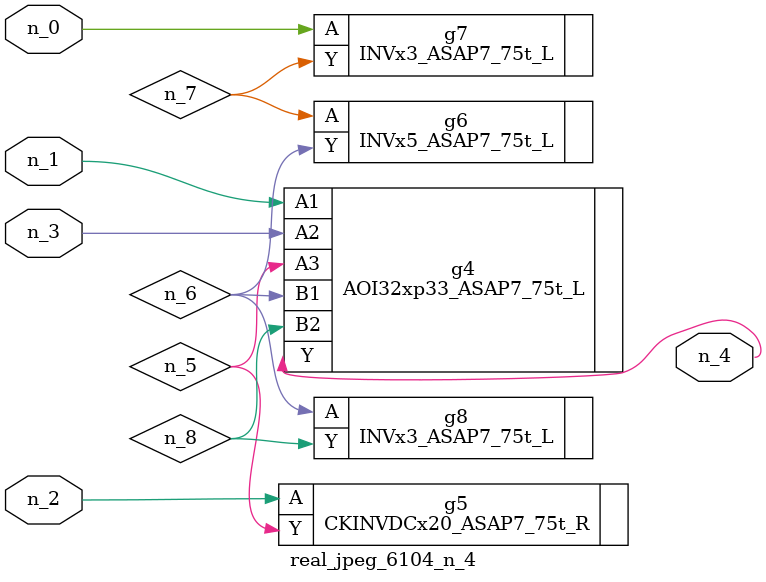
<source format=v>
module real_jpeg_6104_n_4 (n_3, n_1, n_0, n_2, n_4);

input n_3;
input n_1;
input n_0;
input n_2;

output n_4;

wire n_5;
wire n_8;
wire n_6;
wire n_7;

INVx3_ASAP7_75t_L g7 ( 
.A(n_0),
.Y(n_7)
);

AOI32xp33_ASAP7_75t_L g4 ( 
.A1(n_1),
.A2(n_3),
.A3(n_5),
.B1(n_6),
.B2(n_8),
.Y(n_4)
);

CKINVDCx20_ASAP7_75t_R g5 ( 
.A(n_2),
.Y(n_5)
);

INVx3_ASAP7_75t_L g8 ( 
.A(n_6),
.Y(n_8)
);

INVx5_ASAP7_75t_L g6 ( 
.A(n_7),
.Y(n_6)
);


endmodule
</source>
